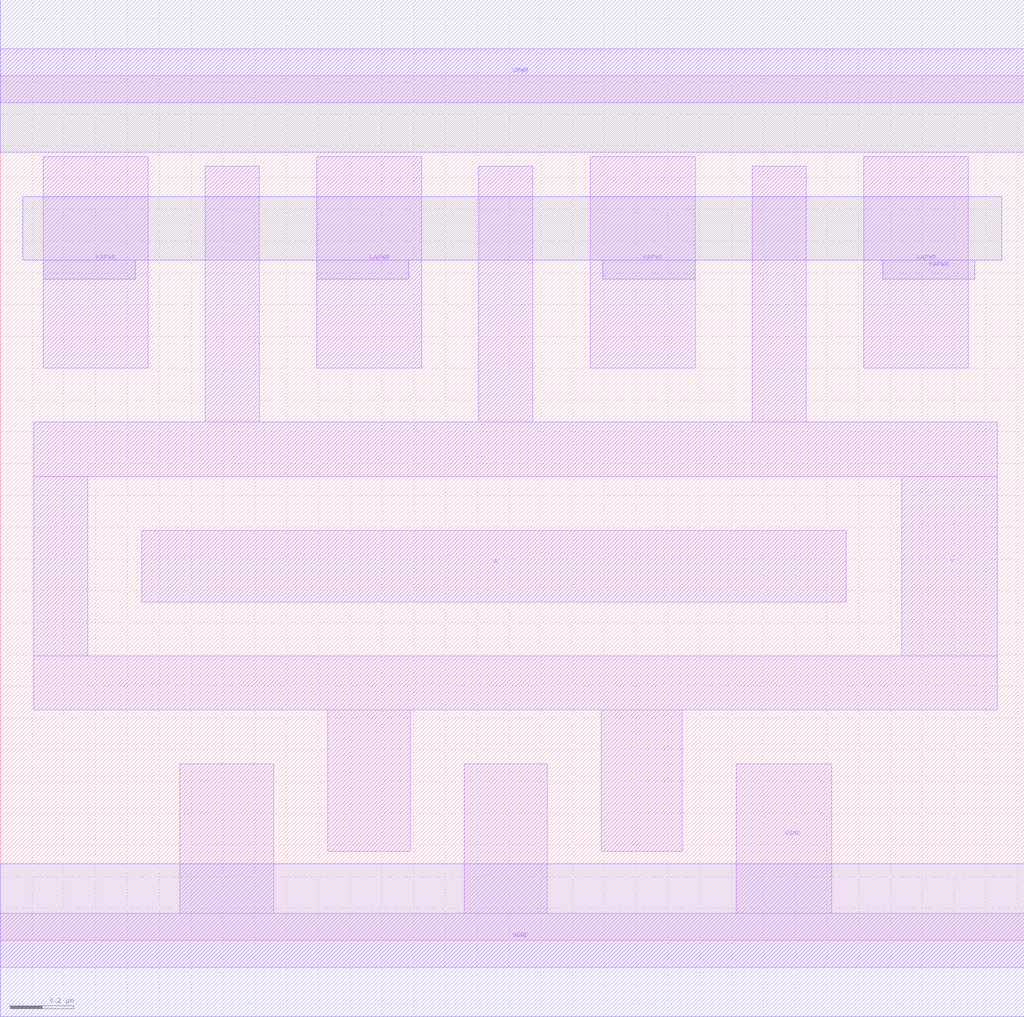
<source format=lef>
# Copyright 2020 The SkyWater PDK Authors
#
# Licensed under the Apache License, Version 2.0 (the "License");
# you may not use this file except in compliance with the License.
# You may obtain a copy of the License at
#
#     https://www.apache.org/licenses/LICENSE-2.0
#
# Unless required by applicable law or agreed to in writing, software
# distributed under the License is distributed on an "AS IS" BASIS,
# WITHOUT WARRANTIES OR CONDITIONS OF ANY KIND, either express or implied.
# See the License for the specific language governing permissions and
# limitations under the License.
#
# SPDX-License-Identifier: Apache-2.0

VERSION 5.5 ;
NAMESCASESENSITIVE ON ;
BUSBITCHARS "[]" ;
DIVIDERCHAR "/" ;
MACRO sky130_fd_sc_hd__lpflow_clkinvkapwr_4
  CLASS CORE ;
  SOURCE USER ;
  ORIGIN  0.000000  0.000000 ;
  SIZE  3.220000 BY  2.720000 ;
  SYMMETRY X Y R90 ;
  SITE unithd ;
  PIN A
    ANTENNAGATEAREA  1.152000 ;
    DIRECTION INPUT ;
    USE SIGNAL ;
    PORT
      LAYER li1 ;
        RECT 0.445000 1.065000 2.660000 1.290000 ;
    END
  END A
  PIN Y
    ANTENNADIFFAREA  1.075200 ;
    DIRECTION OUTPUT ;
    USE SIGNAL ;
    PORT
      LAYER li1 ;
        RECT 0.105000 0.725000 3.135000 0.895000 ;
        RECT 0.105000 0.895000 0.275000 1.460000 ;
        RECT 0.105000 1.460000 3.135000 1.630000 ;
        RECT 0.645000 1.630000 0.815000 2.435000 ;
        RECT 1.030000 0.280000 1.290000 0.725000 ;
        RECT 1.505000 1.630000 1.675000 2.435000 ;
        RECT 1.890000 0.280000 2.145000 0.725000 ;
        RECT 2.365000 1.630000 2.535000 2.435000 ;
        RECT 2.835000 0.895000 3.135000 1.460000 ;
    END
  END Y
  PIN KAPWR
    DIRECTION INOUT ;
    SHAPE ABUTMENT ;
    USE POWER ;
    PORT
      LAYER li1 ;
        RECT 0.135000 1.800000 0.465000 2.465000 ;
    END
    PORT
      LAYER li1 ;
        RECT 0.995000 1.800000 1.325000 2.465000 ;
    END
    PORT
      LAYER li1 ;
        RECT 1.855000 1.800000 2.185000 2.465000 ;
    END
    PORT
      LAYER li1 ;
        RECT 2.715000 1.800000 3.045000 2.465000 ;
    END
    PORT
      LAYER met1 ;
        RECT 0.070000 2.140000 3.150000 2.340000 ;
        RECT 0.135000 2.080000 0.425000 2.140000 ;
        RECT 0.995000 2.080000 1.285000 2.140000 ;
        RECT 1.895000 2.080000 2.185000 2.140000 ;
        RECT 2.775000 2.080000 3.065000 2.140000 ;
    END
  END KAPWR
  PIN VGND
    DIRECTION INOUT ;
    SHAPE ABUTMENT ;
    USE GROUND ;
    PORT
      LAYER li1 ;
        RECT 0.000000 -0.085000 3.220000 0.085000 ;
        RECT 0.565000  0.085000 0.860000 0.555000 ;
        RECT 1.460000  0.085000 1.720000 0.555000 ;
        RECT 2.315000  0.085000 2.615000 0.555000 ;
    END
    PORT
      LAYER met1 ;
        RECT 0.000000 -0.240000 3.220000 0.240000 ;
    END
  END VGND
  PIN VNB
    DIRECTION INOUT ;
    USE GROUND ;
    PORT
    END
  END VNB
  PIN VPB
    DIRECTION INOUT ;
    USE POWER ;
    PORT
    END
  END VPB
  PIN VPWR
    DIRECTION INOUT ;
    SHAPE ABUTMENT ;
    USE POWER ;
    PORT
      LAYER li1 ;
        RECT 0.000000 2.635000 3.220000 2.805000 ;
    END
    PORT
      LAYER met1 ;
        RECT 0.000000 2.480000 3.220000 2.960000 ;
    END
  END VPWR
  OBS
  END
END sky130_fd_sc_hd__lpflow_clkinvkapwr_4
END LIBRARY

</source>
